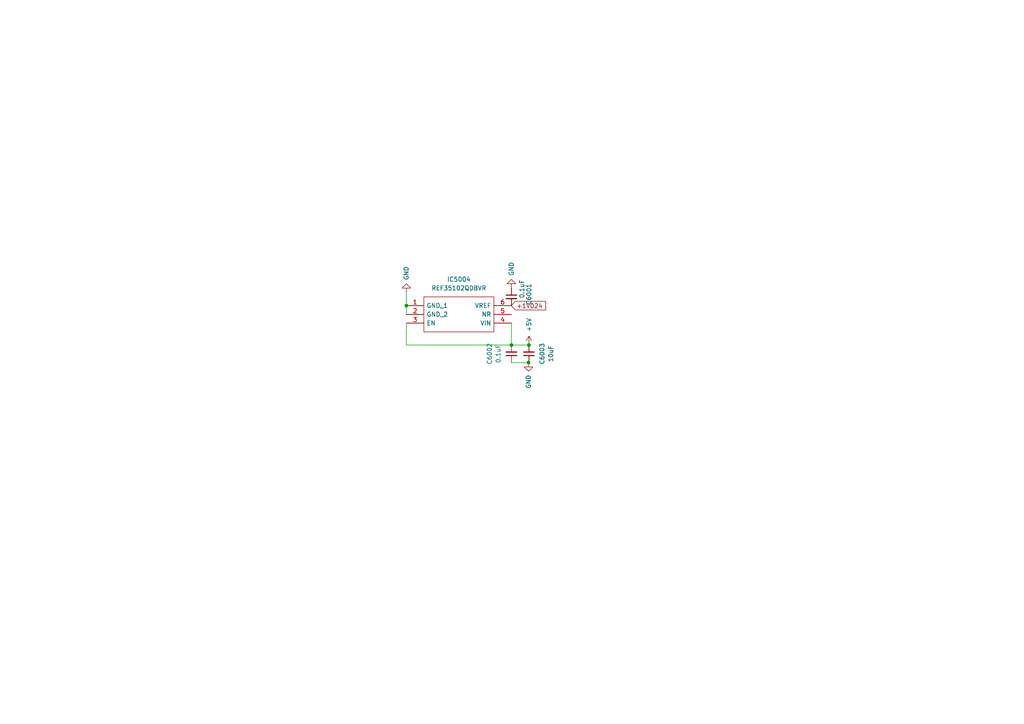
<source format=kicad_sch>
(kicad_sch (version 20231120) (generator "eeschema") (generator_version "8.0")
  (paper "A4")
  (lib_symbols
    (symbol "Device:C_Small" (pin_numbers hide) (pin_names (offset 0.254) hide)
      (property "Reference" "C" (at 0.254 1.778 0))
      (property "Value" "C_Small" (at 0.254 -2.032 0))
      (symbol "C_Small_0_1"
        (polyline (pts (xy -1.524 -0.508) (xy 1.524 -0.508)) (stroke (width 0.3302)))
        (polyline (pts (xy -1.524 0.508) (xy 1.524 0.508)) (stroke (width 0.3048)))
      )
      (symbol "C_Small_1_1"
        (pin passive line (at 0 2.54 270) (length 2.032) (name "~") (number "1"))
        (pin passive line (at 0 -2.54 90) (length 2.032) (name "~") (number "2"))
      )
    )
    (symbol "aaa:REF35102QDBVR" (pin_names (offset 0.762))
      (property "Reference" "IC5004" (at 15.24 7.62 0))
      (property "Value" "REF35102QDBVR" (at 15.24 5.08 0))
      (symbol "REF35102QDBVR_0_0"
        (pin passive line (at 0 0 0) (length 5.08) (name "GND_1") (number "1"))
        (pin passive line (at 0 -2.54 0) (length 5.08) (name "GND_2") (number "2"))
        (pin passive line (at 0 -5.08 0) (length 5.08) (name "EN") (number "3"))
        (pin passive line (at 30.48 -5.08 180) (length 5.08) (name "VIN") (number "4"))
        (pin passive line (at 30.48 -2.54 180) (length 5.08) (name "NR") (number "5"))
        (pin passive line (at 30.48 0 180) (length 5.08) (name "VREF") (number "6"))
      )
      (symbol "REF35102QDBVR_0_1"
        (polyline (pts (xy 5.08 2.54) (xy 25.4 2.54) (xy 25.4 -7.62) (xy 5.08 -7.62) (xy 5.08 2.54)) (stroke (width 0.1524)))
      )
    )
    (symbol "power:+5V" (power) (pin_names (offset 0))
      (property "Value" "+5V" (at 0 3.556 0))
      (symbol "+5V_0_1"
        (polyline (pts (xy -0.762 1.27) (xy 0 2.54)))
        (polyline (pts (xy 0 0) (xy 0 2.54)))
        (polyline (pts (xy 0 2.54) (xy 0.762 1.27)))
      )
      (symbol "+5V_1_1"
        (pin power_in line (at 0 0 90) (length 0) hide (name "+5V") (number "1"))
      )
    )
    (symbol "power:GND" (power) (pin_names (offset 0))
      (property "Value" "GND" (at 0 -3.81 0))
      (symbol "GND_0_1"
        (polyline (pts (xy 0 0) (xy 0 -1.27) (xy 1.27 -1.27) (xy 0 -2.54) (xy -1.27 -1.27) (xy 0 -1.27)))
      )
      (symbol "GND_1_1"
        (pin power_in line (at 0 0 270) (length 0) hide (name "GND") (number "1"))
      )
    )
  )
  (junction (at 153.289 105.156))
  (junction (at 117.856 88.646))
  (junction (at 153.416 100.076))
  (junction (at 148.336 100.076))
  (wire (pts (xy 117.856 88.646) (xy 117.856 91.186)))
  (wire (pts (xy 148.336 100.076) (xy 153.416 100.076)))
  (wire (pts (xy 153.289 105.156) (xy 153.416 105.156)))
  (wire (pts (xy 117.856 100.076) (xy 148.336 100.076)))
  (wire (pts (xy 117.856 93.726) (xy 117.856 100.076)))
  (wire (pts (xy 148.336 93.726) (xy 148.336 100.076)))
  (wire (pts (xy 148.336 105.156) (xy 153.289 105.156)))
  (wire (pts (xy 117.856 84.836) (xy 117.856 88.646)))
  (global_label "+1V024" (shape input) (at 148.336 88.646 0) (property "Intersheetrefs" "${INTERSHEET_REFS}" (effects (hide yes))))
  (symbol (lib_id "Device:C_Small") (at 148.336 102.616 180) (unit 1)
    (property "Reference" "C6002" (at 141.986 102.6097 90))
    (property "Value" "0.1uF" (at 144.526 102.6097 90))
    (property "Footprint" "Capacitor_SMD:C_0402_1005Metric" (effects (hide yes)))
    (instances (project "stm32h7_base" (path "" (reference "C6002") (unit 1))) (project "simplicity_analog_1" (path "" (reference "C5009") (unit 1))))
  )
  (symbol (lib_id "aaa:REF35102QDBVR") (at 117.856 88.646 0) (unit 1)
    (property "Reference" "IC5004" (at 133.096 81.026 0))
    (property "Value" "REF35102QDBVR" (at 133.096 83.566 0))
    (property "Footprint" "SOT95P280X145-6N" (effects (hide yes)))
    (property "Datasheet" "https://www.ti.com/lit/ds/symlink/ref35.pdf" (effects (hide yes)))
    (property "Description" "Voltage References 650-nA quiescent current, 12-ppm/C drift, ultra-low-power precision voltage reference" (effects (hide yes)))
    (property "Height" "1.45" (effects (hide yes)))
    (property "Manufacturer_Name" "Texas Instruments" (effects (hide yes)))
    (property "Manufacturer_Part_Number" "REF35102QDBVR" (effects (hide yes)))
    (property "Mouser Part Number" "595-REF35102QDBVR" (effects (hide yes)))
    (property "Mouser Price/Stock" "https://www.mouser.co.uk/ProductDetail/Texas-Instruments/REF35102QDBVR?qs=rQFj71Wb1eWXaO82zju2Vg%3D%3D" (effects (hide yes)))
    (property "Arrow Part Number" "REF35102QDBVR" (effects (hide yes)))
    (property "Arrow Price/Stock" "https://www.arrow.com/en/products/ref35102qdbvr/texas-instruments?region=nac" (effects (hide yes)))
  )
  (symbol (lib_id "power:GND") (at 148.336 83.566 180) (unit 1)
    (property "Reference" "#PWR05018" (effects (hide yes)))
    (property "Value" "GND" (at 148.336 75.946 90) (effects (justify left)))
  )
  (symbol (lib_id "Device:C_Small") (at 148.336 86.106 0) (unit 1)
    (property "Reference" "C6001" (at 153.416 85.344 90))
    (property "Value" "0.1uF" (at 151.384 83.82 90))
    (property "Footprint" "Capacitor_SMD:C_0402_1005Metric" (effects (hide yes)))
    (instances (project "stm32h7_base" (path "" (reference "C6001") (unit 1))) (project "simplicity_analog_1" (path "" (reference "C5008") (unit 1))))
  )
  (symbol (lib_id "power:GND") (at 153.289 105.156 0) (unit 1)
    (property "Reference" "#PWR05019" (effects (hide yes)))
    (property "Value" "GND" (at 153.289 112.776 90) (effects (justify left)))
  )
  (symbol (lib_id "power:+5V") (at 153.416 100.076 0) (unit 1)
    (property "Reference" "#PWR05020" (effects (hide yes)))
    (property "Value" "+5V" (at 153.416 96.266 90) (effects (justify left)))
  )
  (symbol (lib_id "power:GND") (at 117.856 84.836 180) (unit 1)
    (property "Reference" "#PWR05017" (effects (hide yes)))
    (property "Value" "GND" (at 117.856 77.216 90) (effects (justify left)))
  )
  (symbol (lib_id "Device:C_Small") (at 153.416 102.616 180) (unit 1)
    (property "Reference" "C6003" (at 157.226 102.616 90))
    (property "Value" "10uF" (at 159.766 102.616 90))
    (property "Footprint" "Capacitor_SMD:C_0603_1608Metric" (effects (hide yes)))
    (instances (project "stm32h7_base" (path "" (reference "C6003") (unit 1))) (project "simplicity_analog_1" (path "" (reference "C5012") (unit 1))))
  )
)
</source>
